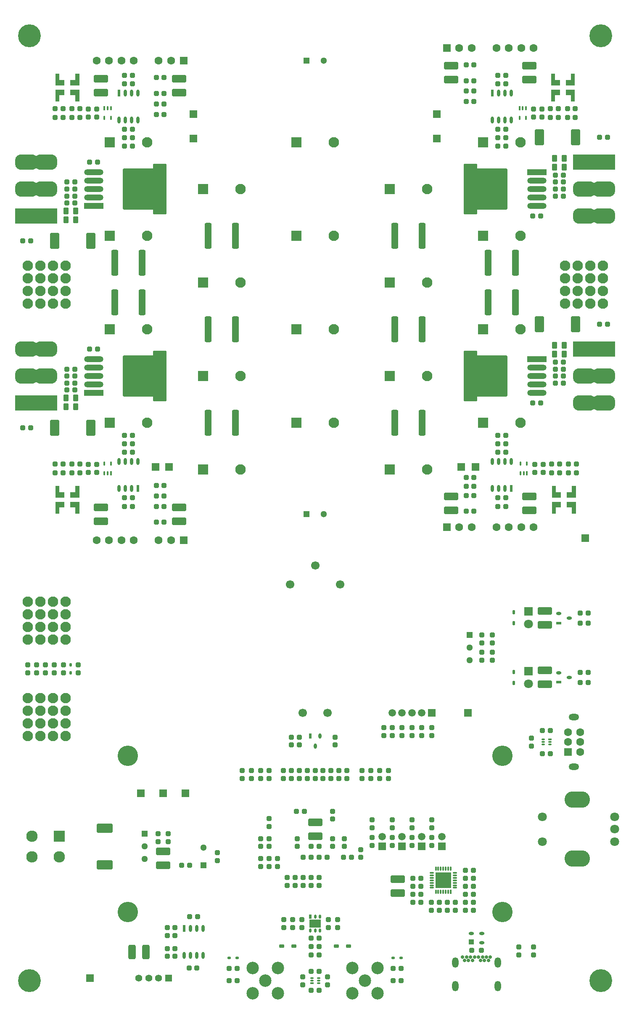
<source format=gbs>
G04 Layer_Color=16711935*
%FSLAX44Y44*%
%MOMM*%
G71*
G01*
G75*
%ADD37R,1.4000X1.4000*%
%ADD43C,1.7000*%
%ADD44C,1.5000*%
%ADD45R,1.5000X1.5000*%
%ADD47C,1.4000*%
%ADD52C,1.6000*%
%ADD55R,2.3000X2.3000*%
%ADD56C,2.3000*%
%ADD60R,1.3000X1.3000*%
%ADD61C,1.3000*%
G04:AMPARAMS|DCode=116|XSize=1mm|YSize=1mm|CornerRadius=0.2795mm|HoleSize=0mm|Usage=FLASHONLY|Rotation=180.000|XOffset=0mm|YOffset=0mm|HoleType=Round|Shape=RoundedRectangle|*
%AMROUNDEDRECTD116*
21,1,1.0000,0.4410,0,0,180.0*
21,1,0.4410,1.0000,0,0,180.0*
1,1,0.5590,-0.2205,0.2205*
1,1,0.5590,0.2205,0.2205*
1,1,0.5590,0.2205,-0.2205*
1,1,0.5590,-0.2205,-0.2205*
%
%ADD116ROUNDEDRECTD116*%
%ADD118R,0.6000X1.1000*%
%ADD119O,0.6000X1.1000*%
G04:AMPARAMS|DCode=120|XSize=1mm|YSize=1mm|CornerRadius=0.2795mm|HoleSize=0mm|Usage=FLASHONLY|Rotation=270.000|XOffset=0mm|YOffset=0mm|HoleType=Round|Shape=RoundedRectangle|*
%AMROUNDEDRECTD120*
21,1,1.0000,0.4410,0,0,270.0*
21,1,0.4410,1.0000,0,0,270.0*
1,1,0.5590,-0.2205,-0.2205*
1,1,0.5590,-0.2205,0.2205*
1,1,0.5590,0.2205,0.2205*
1,1,0.5590,0.2205,-0.2205*
%
%ADD120ROUNDEDRECTD120*%
G04:AMPARAMS|DCode=123|XSize=0.9mm|YSize=0.5mm|CornerRadius=0.15mm|HoleSize=0mm|Usage=FLASHONLY|Rotation=270.000|XOffset=0mm|YOffset=0mm|HoleType=Round|Shape=RoundedRectangle|*
%AMROUNDEDRECTD123*
21,1,0.9000,0.2000,0,0,270.0*
21,1,0.6000,0.5000,0,0,270.0*
1,1,0.3000,-0.1000,-0.3000*
1,1,0.3000,-0.1000,0.3000*
1,1,0.3000,0.1000,0.3000*
1,1,0.3000,0.1000,-0.3000*
%
%ADD123ROUNDEDRECTD123*%
%ADD127R,1.5000X1.5000*%
%ADD128C,2.1000*%
%ADD129C,0.7000*%
%ADD130O,1.3000X2.1000*%
%ADD131O,5.1000X3.3000*%
%ADD132C,1.8000*%
%ADD133R,1.6000X1.6000*%
%ADD134O,2.1000X1.3000*%
%ADD135R,1.8000X1.8000*%
%ADD136R,1.2800X1.2800*%
%ADD137C,1.2800*%
%ADD138R,1.3000X1.3000*%
%ADD139R,4.6000X3.1000*%
G04:AMPARAMS|DCode=140|XSize=3.1mm|YSize=4.6mm|CornerRadius=1.25mm|HoleSize=0mm|Usage=FLASHONLY|Rotation=270.000|XOffset=0mm|YOffset=0mm|HoleType=Round|Shape=RoundedRectangle|*
%AMROUNDEDRECTD140*
21,1,3.1000,2.1000,0,0,270.0*
21,1,0.6000,4.6000,0,0,270.0*
1,1,2.5000,-1.0500,-0.3000*
1,1,2.5000,-1.0500,0.3000*
1,1,2.5000,1.0500,0.3000*
1,1,2.5000,1.0500,-0.3000*
%
%ADD140ROUNDEDRECTD140*%
%ADD141C,4.6000*%
%ADD142R,2.1000X2.1000*%
%ADD143C,4.1000*%
G04:AMPARAMS|DCode=144|XSize=1.5mm|YSize=2.9mm|CornerRadius=0.302mm|HoleSize=0mm|Usage=FLASHONLY|Rotation=90.000|XOffset=0mm|YOffset=0mm|HoleType=Round|Shape=RoundedRectangle|*
%AMROUNDEDRECTD144*
21,1,1.5000,2.2960,0,0,90.0*
21,1,0.8960,2.9000,0,0,90.0*
1,1,0.6040,1.1480,0.4480*
1,1,0.6040,1.1480,-0.4480*
1,1,0.6040,-1.1480,-0.4480*
1,1,0.6040,-1.1480,0.4480*
%
%ADD144ROUNDEDRECTD144*%
%ADD145R,0.5000X0.8400*%
%ADD146O,0.5000X0.8400*%
%ADD147O,0.7500X0.3400*%
%ADD148R,0.7500X0.3400*%
G04:AMPARAMS|DCode=149|XSize=1mm|YSize=0.7mm|CornerRadius=0.2mm|HoleSize=0mm|Usage=FLASHONLY|Rotation=180.000|XOffset=0mm|YOffset=0mm|HoleType=Round|Shape=RoundedRectangle|*
%AMROUNDEDRECTD149*
21,1,1.0000,0.3000,0,0,180.0*
21,1,0.6000,0.7000,0,0,180.0*
1,1,0.4000,-0.3000,0.1500*
1,1,0.4000,0.3000,0.1500*
1,1,0.4000,0.3000,-0.1500*
1,1,0.4000,-0.3000,-0.1500*
%
%ADD149ROUNDEDRECTD149*%
G04:AMPARAMS|DCode=150|XSize=0.7mm|YSize=0.5mm|CornerRadius=0.15mm|HoleSize=0mm|Usage=FLASHONLY|Rotation=180.000|XOffset=0mm|YOffset=0mm|HoleType=Round|Shape=RoundedRectangle|*
%AMROUNDEDRECTD150*
21,1,0.7000,0.2000,0,0,180.0*
21,1,0.4000,0.5000,0,0,180.0*
1,1,0.3000,-0.2000,0.1000*
1,1,0.3000,0.2000,0.1000*
1,1,0.3000,0.2000,-0.1000*
1,1,0.3000,-0.2000,-0.1000*
%
%ADD150ROUNDEDRECTD150*%
%ADD151O,1.1000X0.6000*%
G04:AMPARAMS|DCode=152|XSize=1.1mm|YSize=1.05mm|CornerRadius=0.1973mm|HoleSize=0mm|Usage=FLASHONLY|Rotation=180.000|XOffset=0mm|YOffset=0mm|HoleType=Round|Shape=RoundedRectangle|*
%AMROUNDEDRECTD152*
21,1,1.1000,0.6555,0,0,180.0*
21,1,0.7055,1.0500,0,0,180.0*
1,1,0.3945,-0.3528,0.3277*
1,1,0.3945,0.3528,0.3277*
1,1,0.3945,0.3528,-0.3277*
1,1,0.3945,-0.3528,-0.3277*
%
%ADD152ROUNDEDRECTD152*%
G04:AMPARAMS|DCode=153|XSize=1.5mm|YSize=2.9mm|CornerRadius=0.302mm|HoleSize=0mm|Usage=FLASHONLY|Rotation=0.000|XOffset=0mm|YOffset=0mm|HoleType=Round|Shape=RoundedRectangle|*
%AMROUNDEDRECTD153*
21,1,1.5000,2.2960,0,0,0.0*
21,1,0.8960,2.9000,0,0,0.0*
1,1,0.6040,0.4480,-1.1480*
1,1,0.6040,-0.4480,-1.1480*
1,1,0.6040,-0.4480,1.1480*
1,1,0.6040,0.4480,1.1480*
%
%ADD153ROUNDEDRECTD153*%
%ADD154R,0.6000X1.4000*%
%ADD155O,0.6000X1.4000*%
%ADD156R,0.8500X0.8500*%
%ADD157O,0.4000X0.8500*%
%ADD158R,0.4000X0.8500*%
G04:AMPARAMS|DCode=159|XSize=1.4mm|YSize=5.2mm|CornerRadius=0.31mm|HoleSize=0mm|Usage=FLASHONLY|Rotation=0.000|XOffset=0mm|YOffset=0mm|HoleType=Round|Shape=RoundedRectangle|*
%AMROUNDEDRECTD159*
21,1,1.4000,4.5800,0,0,0.0*
21,1,0.7800,5.2000,0,0,0.0*
1,1,0.6200,0.3900,-2.2900*
1,1,0.6200,-0.3900,-2.2900*
1,1,0.6200,-0.3900,2.2900*
1,1,0.6200,0.3900,2.2900*
%
%ADD159ROUNDEDRECTD159*%
G04:AMPARAMS|DCode=160|XSize=1.9mm|YSize=3.2mm|CornerRadius=0.302mm|HoleSize=0mm|Usage=FLASHONLY|Rotation=180.000|XOffset=0mm|YOffset=0mm|HoleType=Round|Shape=RoundedRectangle|*
%AMROUNDEDRECTD160*
21,1,1.9000,2.5960,0,0,180.0*
21,1,1.2960,3.2000,0,0,180.0*
1,1,0.6040,-0.6480,1.2980*
1,1,0.6040,0.6480,1.2980*
1,1,0.6040,0.6480,-1.2980*
1,1,0.6040,-0.6480,-1.2980*
%
%ADD160ROUNDEDRECTD160*%
G04:AMPARAMS|DCode=161|XSize=1.1mm|YSize=1.4mm|CornerRadius=0.305mm|HoleSize=0mm|Usage=FLASHONLY|Rotation=180.000|XOffset=0mm|YOffset=0mm|HoleType=Round|Shape=RoundedRectangle|*
%AMROUNDEDRECTD161*
21,1,1.1000,0.7900,0,0,180.0*
21,1,0.4900,1.4000,0,0,180.0*
1,1,0.6100,-0.2450,0.3950*
1,1,0.6100,0.2450,0.3950*
1,1,0.6100,0.2450,-0.3950*
1,1,0.6100,-0.2450,-0.3950*
%
%ADD161ROUNDEDRECTD161*%
G04:AMPARAMS|DCode=162|XSize=2.7mm|YSize=10.1mm|CornerRadius=0.128mm|HoleSize=0mm|Usage=FLASHONLY|Rotation=180.000|XOffset=0mm|YOffset=0mm|HoleType=Round|Shape=RoundedRectangle|*
%AMROUNDEDRECTD162*
21,1,2.7000,9.8440,0,0,180.0*
21,1,2.4440,10.1000,0,0,180.0*
1,1,0.2560,-1.2220,4.9220*
1,1,0.2560,1.2220,4.9220*
1,1,0.2560,1.2220,-4.9220*
1,1,0.2560,-1.2220,-4.9220*
%
%ADD162ROUNDEDRECTD162*%
G04:AMPARAMS|DCode=163|XSize=8.82mm|YSize=8.27mm|CornerRadius=0.2951mm|HoleSize=0mm|Usage=FLASHONLY|Rotation=180.000|XOffset=0mm|YOffset=0mm|HoleType=Round|Shape=RoundedRectangle|*
%AMROUNDEDRECTD163*
21,1,8.8200,7.6798,0,0,180.0*
21,1,8.2298,8.2700,0,0,180.0*
1,1,0.5902,-4.1149,3.8399*
1,1,0.5902,4.1149,3.8399*
1,1,0.5902,4.1149,-3.8399*
1,1,0.5902,-4.1149,-3.8399*
%
%ADD163ROUNDEDRECTD163*%
%ADD164O,3.9000X1.2000*%
%ADD165R,3.9000X1.2000*%
%ADD166R,1.1000X0.6000*%
G04:AMPARAMS|DCode=167|XSize=0.7mm|YSize=0.5mm|CornerRadius=0.15mm|HoleSize=0mm|Usage=FLASHONLY|Rotation=90.000|XOffset=0mm|YOffset=0mm|HoleType=Round|Shape=RoundedRectangle|*
%AMROUNDEDRECTD167*
21,1,0.7000,0.2000,0,0,90.0*
21,1,0.4000,0.5000,0,0,90.0*
1,1,0.3000,0.1000,0.2000*
1,1,0.3000,0.1000,-0.2000*
1,1,0.3000,-0.1000,-0.2000*
1,1,0.3000,-0.1000,0.2000*
%
%ADD167ROUNDEDRECTD167*%
%ADD168R,0.3500X0.9500*%
%ADD169O,0.3500X0.9500*%
%ADD170O,0.9500X0.3500*%
G04:AMPARAMS|DCode=171|XSize=1.9mm|YSize=3.2mm|CornerRadius=0.302mm|HoleSize=0mm|Usage=FLASHONLY|Rotation=270.000|XOffset=0mm|YOffset=0mm|HoleType=Round|Shape=RoundedRectangle|*
%AMROUNDEDRECTD171*
21,1,1.9000,2.5960,0,0,270.0*
21,1,1.2960,3.2000,0,0,270.0*
1,1,0.6040,-1.2980,-0.6480*
1,1,0.6040,-1.2980,0.6480*
1,1,0.6040,1.2980,0.6480*
1,1,0.6040,1.2980,-0.6480*
%
%ADD171ROUNDEDRECTD171*%
%ADD172C,2.5000*%
G36*
X110000Y1032000D02*
X120000Y1032000D01*
Y1021000D01*
X102000Y1021000D01*
Y1045000D01*
X110000D01*
Y1032000D01*
D02*
G37*
G36*
X1150000Y1013000D02*
Y989000D01*
X1142000Y989000D01*
X1142000Y1002000D01*
X1132000D01*
X1132000Y1013000D01*
X1150000Y1013000D01*
D02*
G37*
G36*
X150000Y1021000D02*
X132000D01*
Y1032000D01*
X142000Y1032000D01*
Y1045000D01*
X150000D01*
Y1021000D01*
D02*
G37*
G36*
X1110000Y1032000D02*
X1120000Y1032000D01*
Y1021000D01*
X1102000Y1021000D01*
Y1045000D01*
X1110000D01*
Y1032000D01*
D02*
G37*
G36*
X1120000Y1002000D02*
X1110000D01*
X1110000Y989000D01*
X1102000Y989000D01*
Y1013000D01*
X1120000Y1013000D01*
X1120000Y1002000D01*
D02*
G37*
G36*
X898328Y267744D02*
X898405Y267726D01*
X898477Y267696D01*
X898544Y267655D01*
X898604Y267604D01*
X898655Y267544D01*
X898696Y267477D01*
X898726Y267405D01*
X898744Y267328D01*
X898750Y267250D01*
Y236750D01*
X898250Y236250D01*
X867672Y236256D01*
X867595Y236274D01*
X867523Y236304D01*
X867456Y236345D01*
X867396Y236396D01*
X867345Y236456D01*
X867304Y236523D01*
X867274Y236595D01*
X867256Y236672D01*
X867250Y236750D01*
Y252000D01*
Y267250D01*
X867256Y267328D01*
X867274Y267405D01*
X867304Y267477D01*
X867345Y267544D01*
X867396Y267604D01*
X867456Y267655D01*
X867523Y267696D01*
X867595Y267726D01*
X867672Y267744D01*
X867750Y267750D01*
X898328Y267744D01*
D02*
G37*
G36*
X636328Y173244D02*
X636405Y173226D01*
X636477Y173196D01*
X636544Y173155D01*
X636604Y173104D01*
X636655Y173044D01*
X636696Y172977D01*
X636726Y172905D01*
X636744Y172828D01*
X636750Y172750D01*
Y165000D01*
Y157250D01*
X636744Y157172D01*
X636726Y157095D01*
X636696Y157023D01*
X636655Y156956D01*
X636604Y156896D01*
X636544Y156845D01*
X636477Y156804D01*
X636405Y156774D01*
X636328Y156756D01*
X636250Y156750D01*
X613672Y156756D01*
X613595Y156774D01*
X613523Y156804D01*
X613456Y156845D01*
X613396Y156896D01*
X613345Y156956D01*
X613304Y157023D01*
X613274Y157095D01*
X613256Y157172D01*
X613250Y157250D01*
Y172750D01*
X613750Y173250D01*
X636328Y173244D01*
D02*
G37*
G36*
X150000Y1013000D02*
Y989000D01*
X142000Y989000D01*
X142000Y1002000D01*
X132000D01*
X132000Y1013000D01*
X150000Y1013000D01*
D02*
G37*
G36*
X120000Y1002000D02*
X110000D01*
X110000Y989000D01*
X102000Y989000D01*
Y1013000D01*
X120000Y1013000D01*
X120000Y1002000D01*
D02*
G37*
G36*
X150000Y1850000D02*
X132000Y1850000D01*
X132000Y1861000D01*
X142000D01*
X142000Y1874000D01*
X150000Y1874000D01*
Y1850000D01*
D02*
G37*
G36*
X110000Y1874000D02*
X110000Y1861000D01*
X120000D01*
X120000Y1850000D01*
X102000Y1850000D01*
Y1874000D01*
X110000Y1874000D01*
D02*
G37*
G36*
X1148000Y1850000D02*
X1130000Y1850000D01*
X1130000Y1861000D01*
X1140000D01*
X1140000Y1874000D01*
X1148000Y1874000D01*
Y1850000D01*
D02*
G37*
G36*
X1108000Y1874000D02*
X1108000Y1861000D01*
X1118000D01*
X1118000Y1850000D01*
X1100000Y1850000D01*
Y1874000D01*
X1108000Y1874000D01*
D02*
G37*
G36*
X1118000Y1831000D02*
X1108000Y1831000D01*
Y1818000D01*
X1100000D01*
Y1842000D01*
X1118000D01*
Y1831000D01*
D02*
G37*
G36*
X150000Y1818000D02*
X142000D01*
Y1831000D01*
X132000Y1831000D01*
Y1842000D01*
X150000Y1842000D01*
Y1818000D01*
D02*
G37*
G36*
X1150000Y1021000D02*
X1132000D01*
Y1032000D01*
X1142000Y1032000D01*
Y1045000D01*
X1150000D01*
Y1021000D01*
D02*
G37*
G36*
X120000Y1831000D02*
X110000Y1831000D01*
Y1818000D01*
X102000D01*
Y1842000D01*
X120000D01*
Y1831000D01*
D02*
G37*
G36*
X1148000Y1818000D02*
X1140000D01*
Y1831000D01*
X1130000Y1831000D01*
Y1842000D01*
X1148000Y1842000D01*
Y1818000D01*
D02*
G37*
D37*
X330000Y55000D02*
D03*
D43*
X650000Y589000D02*
D03*
X600000D02*
D03*
X675000Y847000D02*
D03*
X575000D02*
D03*
X625000Y885000D02*
D03*
D44*
X880000Y340000D02*
D03*
X840000D02*
D03*
X800000D02*
D03*
X760000D02*
D03*
X800000Y589000D02*
D03*
X840000D02*
D03*
X820000D02*
D03*
X780000D02*
D03*
D45*
X880000Y320000D02*
D03*
X840000D02*
D03*
X800000D02*
D03*
X760000D02*
D03*
D47*
X310000Y55000D02*
D03*
X290000D02*
D03*
X270000D02*
D03*
D52*
X1159000Y510000D02*
D03*
Y530000D02*
D03*
Y550000D02*
D03*
X1134000Y530000D02*
D03*
Y550000D02*
D03*
X915000Y1926000D02*
D03*
X940000D02*
D03*
X990000D02*
D03*
X1015000D02*
D03*
X1040000D02*
D03*
X1065000D02*
D03*
X915000Y962000D02*
D03*
X940000D02*
D03*
X990000D02*
D03*
X1015000D02*
D03*
X1040000D02*
D03*
X1065000D02*
D03*
X335000Y1900000D02*
D03*
X310000D02*
D03*
X260000D02*
D03*
X235000D02*
D03*
X210000D02*
D03*
X185000D02*
D03*
X335000Y936000D02*
D03*
X310000D02*
D03*
X260000D02*
D03*
X235000D02*
D03*
X210000D02*
D03*
X185000D02*
D03*
D55*
X109500Y341000D02*
D03*
D56*
Y299000D02*
D03*
X54500Y341000D02*
D03*
Y299000D02*
D03*
D60*
X607500Y1900000D02*
D03*
Y988000D02*
D03*
D61*
X642500Y1900000D02*
D03*
Y988000D02*
D03*
X400000Y317500D02*
D03*
D116*
X1063000Y1588000D02*
D03*
X1079000D02*
D03*
X633000Y298000D02*
D03*
X649000D02*
D03*
X617000D02*
D03*
X601000D02*
D03*
X698000D02*
D03*
X682000D02*
D03*
X944000Y208000D02*
D03*
X928000D02*
D03*
X944000Y192000D02*
D03*
X928000D02*
D03*
X944000Y224000D02*
D03*
X928000D02*
D03*
Y272000D02*
D03*
X944000D02*
D03*
Y240000D02*
D03*
X928000D02*
D03*
X944000Y256000D02*
D03*
X928000D02*
D03*
X838000Y208000D02*
D03*
X822000D02*
D03*
X633000Y69000D02*
D03*
X617000D02*
D03*
Y31000D02*
D03*
X633000D02*
D03*
X782000Y75000D02*
D03*
X798000D02*
D03*
Y50000D02*
D03*
X782000D02*
D03*
X940500Y111000D02*
D03*
X959500D02*
D03*
X468000Y75000D02*
D03*
X452000D02*
D03*
Y50000D02*
D03*
X468000D02*
D03*
X387000Y76000D02*
D03*
X371000D02*
D03*
X1099000Y553000D02*
D03*
X1083000D02*
D03*
Y507000D02*
D03*
X1099000D02*
D03*
X241000Y1728000D02*
D03*
X257000D02*
D03*
X321000Y1866000D02*
D03*
X305000D02*
D03*
X305000Y1834000D02*
D03*
X321000D02*
D03*
X305000Y1813000D02*
D03*
X321000D02*
D03*
X305000Y1792000D02*
D03*
X321000D02*
D03*
X135000Y1804000D02*
D03*
X151000D02*
D03*
X101000D02*
D03*
X117000D02*
D03*
X151000Y1786000D02*
D03*
X135000D02*
D03*
X117000D02*
D03*
X101000D02*
D03*
X135000Y1071000D02*
D03*
X151000D02*
D03*
X101000D02*
D03*
X117000D02*
D03*
X117000Y1089000D02*
D03*
X101000D02*
D03*
X257000Y1147000D02*
D03*
X241000D02*
D03*
Y1130000D02*
D03*
X257000D02*
D03*
X241000Y1113000D02*
D03*
X257000D02*
D03*
X305000Y1046000D02*
D03*
X321000D02*
D03*
X305000Y1025000D02*
D03*
X321000D02*
D03*
X305000Y1004000D02*
D03*
X321000D02*
D03*
X321000Y972000D02*
D03*
X305000D02*
D03*
X929000Y1892000D02*
D03*
X945000D02*
D03*
X945000Y1860000D02*
D03*
X929000D02*
D03*
X945000Y1839000D02*
D03*
X929000D02*
D03*
X945000Y1818000D02*
D03*
X929000D02*
D03*
X993000Y1871000D02*
D03*
X1009000D02*
D03*
X1009000Y1854000D02*
D03*
X993000D02*
D03*
X1009000Y1762000D02*
D03*
X993000D02*
D03*
X1009000Y1728000D02*
D03*
X993000D02*
D03*
X1009000Y1745000D02*
D03*
X993000D02*
D03*
X1115000Y1804000D02*
D03*
X1099000D02*
D03*
X1149000D02*
D03*
X1133000D02*
D03*
Y1786000D02*
D03*
X1149000D02*
D03*
X1109000Y1252000D02*
D03*
X1125000D02*
D03*
X1063000Y1212000D02*
D03*
X1079000D02*
D03*
X945000Y1044000D02*
D03*
X929000D02*
D03*
X945000Y1026000D02*
D03*
X929000D02*
D03*
X929000Y994000D02*
D03*
X945000D02*
D03*
X993000Y1147000D02*
D03*
X1009000D02*
D03*
X993000Y1130000D02*
D03*
X1009000D02*
D03*
X993000Y1113000D02*
D03*
X1009000D02*
D03*
X1009000Y1004000D02*
D03*
X993000D02*
D03*
X1101000Y1089000D02*
D03*
X1117000D02*
D03*
Y1071000D02*
D03*
X1101000D02*
D03*
X1135000Y1089000D02*
D03*
X1151000D02*
D03*
Y1071000D02*
D03*
X1135000D02*
D03*
X1175000Y789000D02*
D03*
X1159000D02*
D03*
Y769000D02*
D03*
X1175000D02*
D03*
Y670000D02*
D03*
X1159000D02*
D03*
Y650000D02*
D03*
X1175000D02*
D03*
X838000Y240000D02*
D03*
X822000D02*
D03*
X838000Y224000D02*
D03*
X822000D02*
D03*
Y256000D02*
D03*
X838000D02*
D03*
X1099000Y1786000D02*
D03*
X1115000D02*
D03*
X1198000Y1370000D02*
D03*
X1214000D02*
D03*
X1198000Y1746000D02*
D03*
X1214000D02*
D03*
X52000Y1538000D02*
D03*
X36000D02*
D03*
X52000Y1162000D02*
D03*
X36000D02*
D03*
X171000Y1696000D02*
D03*
X187000D02*
D03*
X171000Y1320000D02*
D03*
X187000D02*
D03*
X151000Y1089000D02*
D03*
X135000D02*
D03*
X356000Y282000D02*
D03*
X372000D02*
D03*
X633000Y102000D02*
D03*
X617000D02*
D03*
X241000Y1871000D02*
D03*
X257000D02*
D03*
X257000Y1004000D02*
D03*
X241000D02*
D03*
X388000Y179000D02*
D03*
X372000D02*
D03*
X617000Y320000D02*
D03*
X633000D02*
D03*
X603000Y391000D02*
D03*
X587000D02*
D03*
X633000Y136000D02*
D03*
X617000D02*
D03*
X633000Y119000D02*
D03*
X617000D02*
D03*
X993000Y1021000D02*
D03*
X1009000D02*
D03*
X1109000Y1266000D02*
D03*
X1125000D02*
D03*
Y1294000D02*
D03*
X1109000D02*
D03*
Y1628000D02*
D03*
X1125000D02*
D03*
Y1656000D02*
D03*
X1109000D02*
D03*
X1125000Y1280000D02*
D03*
X1109000D02*
D03*
Y1642000D02*
D03*
X1125000D02*
D03*
Y1670000D02*
D03*
X1109000D02*
D03*
X141000Y1656000D02*
D03*
X125000D02*
D03*
Y1614000D02*
D03*
X141000D02*
D03*
Y1280000D02*
D03*
X125000D02*
D03*
Y1238000D02*
D03*
X141000D02*
D03*
Y1642000D02*
D03*
X125000D02*
D03*
Y1628000D02*
D03*
X141000D02*
D03*
Y1266000D02*
D03*
X125000D02*
D03*
Y1252000D02*
D03*
X141000D02*
D03*
X257000Y1745000D02*
D03*
X241000D02*
D03*
X257000Y1762000D02*
D03*
X241000D02*
D03*
X257000Y1854000D02*
D03*
X241000D02*
D03*
Y1021000D02*
D03*
X257000D02*
D03*
X945000Y1062000D02*
D03*
X929000D02*
D03*
D118*
X615500Y542500D02*
D03*
D119*
X634500D02*
D03*
X625000Y521500D02*
D03*
D120*
X660000Y320000D02*
D03*
Y336000D02*
D03*
X684000Y320000D02*
D03*
Y336000D02*
D03*
X589000D02*
D03*
Y320000D02*
D03*
X532000Y376000D02*
D03*
Y360000D02*
D03*
Y320000D02*
D03*
Y336000D02*
D03*
Y296000D02*
D03*
Y280000D02*
D03*
X549000Y296000D02*
D03*
Y280000D02*
D03*
X515000Y336000D02*
D03*
Y320000D02*
D03*
Y280000D02*
D03*
Y296000D02*
D03*
X569000Y242000D02*
D03*
Y258000D02*
D03*
X585000Y242000D02*
D03*
Y258000D02*
D03*
X633000D02*
D03*
Y242000D02*
D03*
X740000Y374000D02*
D03*
Y358000D02*
D03*
X780000Y374000D02*
D03*
Y358000D02*
D03*
X820000Y374000D02*
D03*
Y358000D02*
D03*
X860000Y374000D02*
D03*
Y358000D02*
D03*
X717000Y298000D02*
D03*
Y314000D02*
D03*
X860000Y322000D02*
D03*
Y338000D02*
D03*
X859000Y208000D02*
D03*
Y192000D02*
D03*
X875000Y208000D02*
D03*
Y192000D02*
D03*
X891000Y208000D02*
D03*
Y192000D02*
D03*
X907000Y208000D02*
D03*
Y192000D02*
D03*
X562000Y173000D02*
D03*
Y157000D02*
D03*
X580000D02*
D03*
Y173000D02*
D03*
X598000D02*
D03*
Y157000D02*
D03*
X652000Y173000D02*
D03*
Y157000D02*
D03*
X670000Y173000D02*
D03*
Y157000D02*
D03*
X309000Y346000D02*
D03*
Y330000D02*
D03*
X329000D02*
D03*
Y346000D02*
D03*
X600000Y42000D02*
D03*
Y58000D02*
D03*
X650000Y42000D02*
D03*
Y58000D02*
D03*
X1035000Y102000D02*
D03*
Y118000D02*
D03*
X1065000Y102000D02*
D03*
Y118000D02*
D03*
X428000Y308000D02*
D03*
Y292000D02*
D03*
X343000Y99000D02*
D03*
Y115000D02*
D03*
Y157000D02*
D03*
Y141000D02*
D03*
X327000Y157000D02*
D03*
Y141000D02*
D03*
Y99000D02*
D03*
Y115000D02*
D03*
X1061000Y522000D02*
D03*
Y538000D02*
D03*
X800000Y543000D02*
D03*
Y559000D02*
D03*
X840000Y543000D02*
D03*
Y559000D02*
D03*
X820000Y543000D02*
D03*
Y559000D02*
D03*
X780000Y543000D02*
D03*
Y559000D02*
D03*
X763000Y543000D02*
D03*
Y559000D02*
D03*
X860000D02*
D03*
Y543000D02*
D03*
X593000Y540000D02*
D03*
Y524000D02*
D03*
X577000D02*
D03*
Y540000D02*
D03*
X665000Y524000D02*
D03*
Y540000D02*
D03*
X478000Y473000D02*
D03*
Y457000D02*
D03*
X497000Y457000D02*
D03*
Y473000D02*
D03*
X515000Y457000D02*
D03*
Y473000D02*
D03*
X532000Y473000D02*
D03*
Y457000D02*
D03*
X561000Y473000D02*
D03*
Y457000D02*
D03*
X577000D02*
D03*
Y473000D02*
D03*
X593000Y457000D02*
D03*
Y473000D02*
D03*
X609000D02*
D03*
Y457000D02*
D03*
X625000D02*
D03*
Y473000D02*
D03*
X641000Y457000D02*
D03*
Y473000D02*
D03*
X657000Y473000D02*
D03*
Y457000D02*
D03*
X673000D02*
D03*
Y473000D02*
D03*
X689000Y457000D02*
D03*
Y473000D02*
D03*
X719000D02*
D03*
Y457000D02*
D03*
X737000Y473000D02*
D03*
Y457000D02*
D03*
X755000Y473000D02*
D03*
Y457000D02*
D03*
X773000Y473000D02*
D03*
Y457000D02*
D03*
X168000Y1787000D02*
D03*
Y1803000D02*
D03*
X185000Y1803000D02*
D03*
Y1787000D02*
D03*
X168000Y1088000D02*
D03*
Y1072000D02*
D03*
X185000Y1072000D02*
D03*
Y1088000D02*
D03*
X1065000Y1803000D02*
D03*
Y1787000D02*
D03*
X1082000Y1787000D02*
D03*
Y1803000D02*
D03*
X1067000Y1072000D02*
D03*
Y1088000D02*
D03*
X1084000Y1088000D02*
D03*
Y1072000D02*
D03*
X961000Y695000D02*
D03*
Y711000D02*
D03*
Y729000D02*
D03*
Y745000D02*
D03*
X982000D02*
D03*
Y729000D02*
D03*
X982000Y695000D02*
D03*
Y711000D02*
D03*
X46000Y669000D02*
D03*
Y685000D02*
D03*
X64000Y685000D02*
D03*
Y669000D02*
D03*
X82000Y669000D02*
D03*
Y685000D02*
D03*
X100000D02*
D03*
Y669000D02*
D03*
X118000D02*
D03*
Y685000D02*
D03*
X148000D02*
D03*
Y669000D02*
D03*
X820000Y322000D02*
D03*
Y338000D02*
D03*
X740000Y322000D02*
D03*
Y338000D02*
D03*
X780000Y322000D02*
D03*
Y338000D02*
D03*
X660000Y375000D02*
D03*
Y391000D02*
D03*
X617000Y258000D02*
D03*
Y242000D02*
D03*
X601000D02*
D03*
Y258000D02*
D03*
D123*
X1025000Y769000D02*
D03*
Y791000D02*
D03*
Y649000D02*
D03*
Y671000D02*
D03*
D127*
X304000Y1083000D02*
D03*
X380000Y1793000D02*
D03*
X331000Y1083000D02*
D03*
X380000Y1744000D02*
D03*
X870000D02*
D03*
X919000Y1083000D02*
D03*
X870000Y1793000D02*
D03*
X948000Y1083000D02*
D03*
X933000Y589000D02*
D03*
X172000Y55000D02*
D03*
X1169000Y940000D02*
D03*
X274000Y427000D02*
D03*
X319000D02*
D03*
X364000D02*
D03*
X860000Y589000D02*
D03*
D128*
X122100Y618100D02*
D03*
Y567300D02*
D03*
Y592700D02*
D03*
X96700Y541900D02*
D03*
X122100D02*
D03*
X71300D02*
D03*
X45900Y567300D02*
D03*
Y541900D02*
D03*
Y592700D02*
D03*
Y618100D02*
D03*
X71300D02*
D03*
X96700D02*
D03*
X71300Y592700D02*
D03*
X96700D02*
D03*
X71300Y567300D02*
D03*
X96700D02*
D03*
X96700Y1437300D02*
D03*
X71300D02*
D03*
X96700Y1462700D02*
D03*
X71300D02*
D03*
X96700Y1488100D02*
D03*
X71300D02*
D03*
X45900D02*
D03*
Y1462700D02*
D03*
Y1411900D02*
D03*
Y1437300D02*
D03*
X71300Y1411900D02*
D03*
X122100D02*
D03*
X96700D02*
D03*
X122100Y1462700D02*
D03*
Y1437300D02*
D03*
Y1488100D02*
D03*
X1204100D02*
D03*
Y1437300D02*
D03*
Y1462700D02*
D03*
X1178700Y1411900D02*
D03*
X1204100D02*
D03*
X1153300D02*
D03*
X1127900Y1437300D02*
D03*
Y1411900D02*
D03*
Y1462700D02*
D03*
Y1488100D02*
D03*
X1153300D02*
D03*
X1178700D02*
D03*
X1153300Y1462700D02*
D03*
X1178700D02*
D03*
X1153300Y1437300D02*
D03*
X1178700D02*
D03*
X96700Y761300D02*
D03*
X71300D02*
D03*
X96700Y786700D02*
D03*
X71300D02*
D03*
X96700Y812100D02*
D03*
X71300D02*
D03*
X45900D02*
D03*
Y786700D02*
D03*
Y735900D02*
D03*
Y761300D02*
D03*
X71300Y735900D02*
D03*
X122100D02*
D03*
X96700D02*
D03*
X122100Y786700D02*
D03*
Y761300D02*
D03*
Y812100D02*
D03*
X1038500Y1172000D02*
D03*
Y1360000D02*
D03*
Y1548000D02*
D03*
Y1736000D02*
D03*
X850500Y1078000D02*
D03*
Y1266000D02*
D03*
Y1454000D02*
D03*
Y1642000D02*
D03*
X662500Y1172000D02*
D03*
Y1360000D02*
D03*
Y1548000D02*
D03*
Y1736000D02*
D03*
X474500Y1078000D02*
D03*
Y1266000D02*
D03*
Y1454000D02*
D03*
Y1642000D02*
D03*
X286500Y1172000D02*
D03*
Y1360000D02*
D03*
Y1548000D02*
D03*
Y1736000D02*
D03*
D129*
X970000Y97800D02*
D03*
X930000D02*
D03*
X922000D02*
D03*
X926000Y90700D02*
D03*
X934000D02*
D03*
X938000Y97800D02*
D03*
X942000Y90700D02*
D03*
X946000Y97800D02*
D03*
X954000D02*
D03*
X958000Y90700D02*
D03*
X962000Y97800D02*
D03*
X966000Y90700D02*
D03*
X974000D02*
D03*
X978000Y97800D02*
D03*
D130*
X992700Y39000D02*
D03*
X907300D02*
D03*
X992700Y86300D02*
D03*
X907300D02*
D03*
D131*
X1153000Y414000D02*
D03*
Y296000D02*
D03*
D132*
X1228000Y380000D02*
D03*
Y355000D02*
D03*
Y330000D02*
D03*
X1083000Y380000D02*
D03*
Y330000D02*
D03*
X1055000Y767300D02*
D03*
Y647300D02*
D03*
D133*
X1134000Y510000D02*
D03*
X890000Y1926000D02*
D03*
Y962000D02*
D03*
X360000Y1900000D02*
D03*
Y936000D02*
D03*
D134*
X1146500Y480000D02*
D03*
Y580000D02*
D03*
D135*
X1055000Y792700D02*
D03*
Y672700D02*
D03*
D136*
X936000Y745400D02*
D03*
X282000Y345800D02*
D03*
D137*
X936000Y720000D02*
D03*
Y694600D02*
D03*
X282000Y320400D02*
D03*
Y295000D02*
D03*
D138*
X400000Y282500D02*
D03*
D139*
X1167000Y1696500D02*
D03*
X1206000D02*
D03*
X44000Y1587500D02*
D03*
X83000Y1211500D02*
D03*
X1167000Y1320500D02*
D03*
X1206000D02*
D03*
X44000Y1211500D02*
D03*
X83000Y1587500D02*
D03*
D140*
X1167000Y1642000D02*
D03*
Y1587500D02*
D03*
X1206000Y1642000D02*
D03*
Y1587500D02*
D03*
X44000Y1642000D02*
D03*
Y1696500D02*
D03*
X83000Y1266000D02*
D03*
Y1320500D02*
D03*
X1167000Y1211500D02*
D03*
Y1266000D02*
D03*
X1206000Y1211500D02*
D03*
Y1266000D02*
D03*
X44000Y1320500D02*
D03*
Y1266000D02*
D03*
X83000Y1696500D02*
D03*
Y1642000D02*
D03*
D141*
X1200000Y50000D02*
D03*
X50000Y1950000D02*
D03*
Y50000D02*
D03*
X1200000Y1950000D02*
D03*
D142*
X963500Y1172000D02*
D03*
Y1360000D02*
D03*
Y1548000D02*
D03*
Y1736000D02*
D03*
X775500Y1078000D02*
D03*
Y1266000D02*
D03*
Y1454000D02*
D03*
Y1642000D02*
D03*
X587500Y1172000D02*
D03*
Y1360000D02*
D03*
Y1548000D02*
D03*
Y1736000D02*
D03*
X399500Y1078000D02*
D03*
Y1266000D02*
D03*
Y1454000D02*
D03*
Y1642000D02*
D03*
X211500Y1172000D02*
D03*
Y1360000D02*
D03*
Y1548000D02*
D03*
Y1736000D02*
D03*
D143*
X1002000Y188000D02*
D03*
Y502000D02*
D03*
X248000D02*
D03*
Y188000D02*
D03*
D144*
X625000Y369000D02*
D03*
Y341000D02*
D03*
X319000Y310000D02*
D03*
Y282000D02*
D03*
X194000Y1864000D02*
D03*
Y1836000D02*
D03*
X351000Y1864000D02*
D03*
Y1836000D02*
D03*
X194000Y974000D02*
D03*
Y1002000D02*
D03*
X351000Y974000D02*
D03*
Y1002000D02*
D03*
X899000Y1890000D02*
D03*
Y1862000D02*
D03*
X1056000Y1890000D02*
D03*
Y1862000D02*
D03*
X899000Y996000D02*
D03*
Y1024000D02*
D03*
X1056000Y996000D02*
D03*
Y1024000D02*
D03*
X1088000Y794000D02*
D03*
Y766000D02*
D03*
Y674000D02*
D03*
Y646000D02*
D03*
X791000Y254000D02*
D03*
Y226000D02*
D03*
D145*
X615500Y178950D02*
D03*
D146*
X625000D02*
D03*
X634500D02*
D03*
Y151050D02*
D03*
X625000D02*
D03*
X615500D02*
D03*
D147*
X631750Y45000D02*
D03*
Y50000D02*
D03*
Y55000D02*
D03*
X618250D02*
D03*
Y50000D02*
D03*
X1084250Y535000D02*
D03*
Y530000D02*
D03*
Y525000D02*
D03*
X1097750D02*
D03*
Y530000D02*
D03*
D148*
X618250Y45000D02*
D03*
X1097750Y535000D02*
D03*
D149*
X558000Y120000D02*
D03*
X582000D02*
D03*
X692000D02*
D03*
X668000D02*
D03*
D150*
X782000Y96000D02*
D03*
X798000D02*
D03*
X468000D02*
D03*
X452000D02*
D03*
D151*
X960550Y126500D02*
D03*
Y145500D02*
D03*
X939450D02*
D03*
X1115500Y788500D02*
D03*
X1136500Y779000D02*
D03*
X1115500Y669500D02*
D03*
X1136500Y660000D02*
D03*
D152*
X939450Y128500D02*
D03*
D153*
X284000Y108000D02*
D03*
X256000D02*
D03*
D154*
X360950Y155000D02*
D03*
X229950Y1835000D02*
D03*
X268050Y1040000D02*
D03*
X981950Y1835000D02*
D03*
X1020050Y1040000D02*
D03*
D155*
X373650Y155000D02*
D03*
X386350D02*
D03*
X399050D02*
D03*
X360950Y101000D02*
D03*
X373650D02*
D03*
X386350D02*
D03*
X399050D02*
D03*
X242650Y1835000D02*
D03*
X255350D02*
D03*
X268050D02*
D03*
X229950Y1781000D02*
D03*
X242650D02*
D03*
X255350D02*
D03*
X268050D02*
D03*
X255350Y1040000D02*
D03*
X242650D02*
D03*
X229950D02*
D03*
X268050Y1094000D02*
D03*
X255350D02*
D03*
X242650D02*
D03*
X229950D02*
D03*
X994650Y1835000D02*
D03*
X1007350D02*
D03*
X1020050D02*
D03*
X981950Y1781000D02*
D03*
X994650D02*
D03*
X1007350D02*
D03*
X1020050D02*
D03*
X1007350Y1040000D02*
D03*
X994650D02*
D03*
X981950D02*
D03*
X1020050Y1094000D02*
D03*
X1007350D02*
D03*
X994650D02*
D03*
X981950D02*
D03*
D156*
X115250Y1854750D02*
D03*
X136750D02*
D03*
X115250Y1837250D02*
D03*
X136750D02*
D03*
Y1008250D02*
D03*
X115250D02*
D03*
X136750Y1025750D02*
D03*
X115250D02*
D03*
X1113250Y1854750D02*
D03*
X1134750D02*
D03*
X1113250Y1837250D02*
D03*
X1134750D02*
D03*
X1136750Y1008250D02*
D03*
X1115250D02*
D03*
X1136750Y1025750D02*
D03*
X1115250D02*
D03*
D157*
X200500Y1785250D02*
D03*
X213500D02*
D03*
Y1804750D02*
D03*
X207000D02*
D03*
X213500Y1089750D02*
D03*
X200500D02*
D03*
Y1070250D02*
D03*
X207000D02*
D03*
X1036500Y1785250D02*
D03*
X1049500D02*
D03*
Y1804750D02*
D03*
X1043000D02*
D03*
X1051500Y1089750D02*
D03*
X1038500D02*
D03*
Y1070250D02*
D03*
X1045000D02*
D03*
D158*
X200500Y1804750D02*
D03*
X213500Y1070250D02*
D03*
X1036500Y1804750D02*
D03*
X1051500Y1070250D02*
D03*
D159*
X276500Y1494000D02*
D03*
X221500D02*
D03*
X276500Y1414000D02*
D03*
X221500D02*
D03*
X464500Y1548000D02*
D03*
X409500D02*
D03*
X464500Y1360000D02*
D03*
X409500D02*
D03*
X464500Y1172000D02*
D03*
X409500D02*
D03*
X840500D02*
D03*
X785500D02*
D03*
X840500Y1548000D02*
D03*
X785500D02*
D03*
X840500Y1360000D02*
D03*
X785500D02*
D03*
X1028500Y1414000D02*
D03*
X973500D02*
D03*
X1028500Y1494000D02*
D03*
X973500D02*
D03*
D160*
X100400Y1538000D02*
D03*
X173600D02*
D03*
X1149600Y1746000D02*
D03*
X1076400D02*
D03*
X1149600Y1370000D02*
D03*
X1076400D02*
D03*
X100400Y1162000D02*
D03*
X173600D02*
D03*
D161*
X1107000Y1704000D02*
D03*
X1127000D02*
D03*
X1107000Y1310000D02*
D03*
X1127000D02*
D03*
X1107000Y1328000D02*
D03*
X1127000D02*
D03*
X1107000Y1686000D02*
D03*
X1127000D02*
D03*
X123000Y1598000D02*
D03*
X143000D02*
D03*
X123000Y1580000D02*
D03*
X143000D02*
D03*
X123000Y1222000D02*
D03*
X143000D02*
D03*
X123000Y1204000D02*
D03*
X143000D02*
D03*
D162*
X938000Y1642000D02*
D03*
Y1266000D02*
D03*
X312000Y1642000D02*
D03*
X312000Y1266000D02*
D03*
D163*
X968700Y1642000D02*
D03*
Y1266000D02*
D03*
X281300Y1642000D02*
D03*
X281300Y1266000D02*
D03*
D164*
X1071200Y1607960D02*
D03*
Y1624980D02*
D03*
Y1642000D02*
D03*
Y1659020D02*
D03*
Y1231960D02*
D03*
Y1248980D02*
D03*
Y1266000D02*
D03*
Y1283020D02*
D03*
X178800Y1676040D02*
D03*
Y1659020D02*
D03*
Y1642000D02*
D03*
Y1624980D02*
D03*
X178800Y1300040D02*
D03*
Y1283020D02*
D03*
Y1266000D02*
D03*
Y1248980D02*
D03*
D165*
X1071200Y1676040D02*
D03*
Y1300040D02*
D03*
X178800Y1607960D02*
D03*
X178800Y1231960D02*
D03*
D166*
X1115500Y769500D02*
D03*
Y650500D02*
D03*
D167*
X133000Y685000D02*
D03*
Y669000D02*
D03*
D168*
X898000Y228750D02*
D03*
D169*
X893000D02*
D03*
X888000D02*
D03*
X883000D02*
D03*
X878000D02*
D03*
X873000D02*
D03*
X868000D02*
D03*
Y275250D02*
D03*
X873000D02*
D03*
X878000D02*
D03*
X883000D02*
D03*
X888000D02*
D03*
X893000D02*
D03*
X898000D02*
D03*
D170*
X859750Y237000D02*
D03*
Y242000D02*
D03*
Y247000D02*
D03*
Y252000D02*
D03*
Y257000D02*
D03*
Y262000D02*
D03*
Y267000D02*
D03*
X906250D02*
D03*
Y262000D02*
D03*
Y257000D02*
D03*
Y252000D02*
D03*
Y247000D02*
D03*
Y242000D02*
D03*
Y237000D02*
D03*
D171*
X201000Y283400D02*
D03*
Y356600D02*
D03*
D172*
X750400Y75400D02*
D03*
X699600D02*
D03*
Y24600D02*
D03*
X750400D02*
D03*
X725000Y50000D02*
D03*
X550400Y75400D02*
D03*
X499600D02*
D03*
Y24600D02*
D03*
X550400D02*
D03*
X525000Y50000D02*
D03*
M02*

</source>
